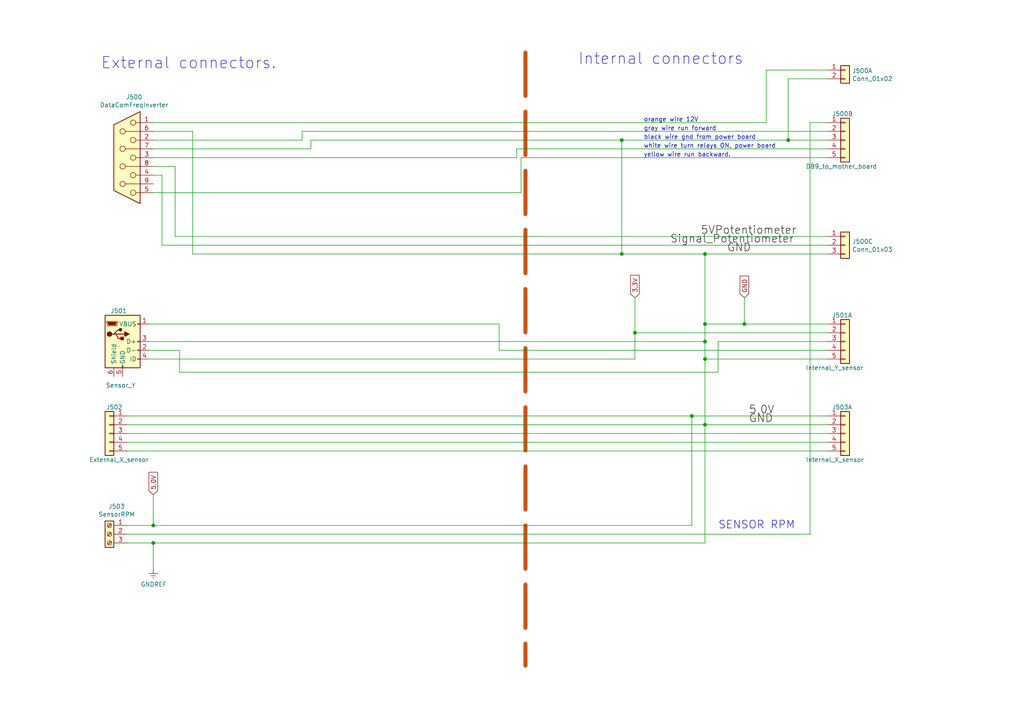
<source format=kicad_sch>
(kicad_sch (version 20211123) (generator eeschema)
  (paper "A4")
  (title_block (title "External Connectors Reference Design") (date "2021-10-03") (rev "1.0"))
  (lib_symbols
    (symbol "Connector:DB9_Female" (pin_names (offset 1.016) hide)
      (property "Reference" "J" (at 0 13.97 0))
      (property "Value" "DB9_Female" (at 0 -14.605 0))
      (symbol "DB9_Female_0_1"
        (circle (center -1.778 -10.16) (radius 0.762))
        (circle (center -1.778 -5.08) (radius 0.762))
        (circle (center -1.778 0) (radius 0.762))
        (circle (center -1.778 5.08) (radius 0.762))
        (circle (center -1.778 10.16) (radius 0.762))
        (polyline (pts (xy -3.81 -10.16) (xy -2.54 -10.16)))
        (polyline (pts (xy -3.81 -7.62) (xy 0.508 -7.62)))
        (polyline (pts (xy -3.81 -5.08) (xy -2.54 -5.08)))
        (polyline (pts (xy -3.81 -2.54) (xy 0.508 -2.54)))
        (polyline (pts (xy -3.81 0) (xy -2.54 0)))
        (polyline (pts (xy -3.81 2.54) (xy 0.508 2.54)))
        (polyline (pts (xy -3.81 5.08) (xy -2.54 5.08)))
        (polyline (pts (xy -3.81 7.62) (xy 0.508 7.62)))
        (polyline (pts (xy -3.81 10.16) (xy -2.54 10.16)))
        (polyline (pts (xy -3.81 13.335) (xy -3.81 -13.335) (xy 3.81 -9.525) (xy 3.81 9.525) (xy -3.81 13.335)) (stroke (width 0.254)) (fill (type background)))
        (circle (center 1.27 -7.62) (radius 0.762))
        (circle (center 1.27 -2.54) (radius 0.762))
        (circle (center 1.27 2.54) (radius 0.762))
        (circle (center 1.27 7.62) (radius 0.762))
      )
      (symbol "DB9_Female_1_1"
        (pin passive line (at -7.62 10.16 0) (length 3.81) (name "1") (number "1"))
        (pin passive line (at -7.62 5.08 0) (length 3.81) (name "2") (number "2"))
        (pin passive line (at -7.62 0 0) (length 3.81) (name "3") (number "3"))
        (pin passive line (at -7.62 -5.08 0) (length 3.81) (name "4") (number "4"))
        (pin passive line (at -7.62 -10.16 0) (length 3.81) (name "5") (number "5"))
        (pin passive line (at -7.62 7.62 0) (length 3.81) (name "6") (number "6"))
        (pin passive line (at -7.62 2.54 0) (length 3.81) (name "7") (number "7"))
        (pin passive line (at -7.62 -2.54 0) (length 3.81) (name "8") (number "8"))
        (pin passive line (at -7.62 -7.62 0) (length 3.81) (name "9") (number "9"))
      )
    )
    (symbol "Connector:Screw_Terminal_01x03" (pin_names (offset 1.016) hide)
      (property "Reference" "J" (at 0 5.08 0))
      (property "Value" "Screw_Terminal_01x03" (at 0 -5.08 0))
      (symbol "Screw_Terminal_01x03_1_1"
        (rectangle (start -1.27 3.81) (end 1.27 -3.81) (stroke (width 0.254)) (fill (type background)))
        (circle (center 0 -2.54) (radius 0.635) (stroke (width 0.1524)))
        (polyline (pts (xy -0.5334 -2.2098) (xy 0.3302 -3.048)) (stroke (width 0.1524)))
        (polyline (pts (xy -0.5334 0.3302) (xy 0.3302 -0.508)) (stroke (width 0.1524)))
        (polyline (pts (xy -0.5334 2.8702) (xy 0.3302 2.032)) (stroke (width 0.1524)))
        (polyline (pts (xy -0.3556 -2.032) (xy 0.508 -2.8702)) (stroke (width 0.1524)))
        (polyline (pts (xy -0.3556 0.508) (xy 0.508 -0.3302)) (stroke (width 0.1524)))
        (polyline (pts (xy -0.3556 3.048) (xy 0.508 2.2098)) (stroke (width 0.1524)))
        (circle (center 0 0) (radius 0.635) (stroke (width 0.1524)))
        (circle (center 0 2.54) (radius 0.635) (stroke (width 0.1524)))
        (pin passive line (at -5.08 2.54 0) (length 3.81) (name "Pin_1") (number "1"))
        (pin passive line (at -5.08 0 0) (length 3.81) (name "Pin_2") (number "2"))
        (pin passive line (at -5.08 -2.54 0) (length 3.81) (name "Pin_3") (number "3"))
      )
    )
    (symbol "Connector:USB_B_Micro" (pin_names (offset 1.016))
      (property "Reference" "J" (at -5.08 11.43 0))
      (property "Value" "USB_B_Micro" (at -5.08 8.89 0))
      (symbol "USB_B_Micro_0_1"
        (rectangle (start -5.08 -7.62) (end 5.08 7.62) (stroke (width 0.254)) (fill (type background)))
        (circle (center -3.81 2.159) (radius 0.635) (stroke (width 0.254)) (fill (type outline)))
        (circle (center -0.635 3.429) (radius 0.381) (stroke (width 0.254)) (fill (type outline)))
        (rectangle (start -0.127 -7.62) (end 0.127 -6.858))
        (polyline (pts (xy -1.905 2.159) (xy 0.635 2.159)) (stroke (width 0.254)))
        (polyline (pts (xy -3.175 2.159) (xy -2.54 2.159) (xy -1.27 3.429) (xy -0.635 3.429)) (stroke (width 0.254)))
        (polyline (pts (xy -2.54 2.159) (xy -1.905 2.159) (xy -1.27 0.889) (xy 0 0.889)) (stroke (width 0.254)))
        (polyline (pts (xy 0.635 2.794) (xy 0.635 1.524) (xy 1.905 2.159) (xy 0.635 2.794)) (stroke (width 0.254)) (fill (type outline)))
        (polyline (pts (xy -4.318 5.588) (xy -1.778 5.588) (xy -2.032 4.826) (xy -4.064 4.826) (xy -4.318 5.588)) (fill (type outline)))
        (polyline (pts (xy -4.699 5.842) (xy -4.699 5.588) (xy -4.445 4.826) (xy -4.445 4.572) (xy -1.651 4.572) (xy -1.651 4.826) (xy -1.397 5.588) (xy -1.397 5.842) (xy -4.699 5.842)))
        (rectangle (start 0.254 1.27) (end -0.508 0.508) (stroke (width 0.254)) (fill (type outline)))
        (rectangle (start 5.08 -5.207) (end 4.318 -4.953))
        (rectangle (start 5.08 -2.667) (end 4.318 -2.413))
        (rectangle (start 5.08 -0.127) (end 4.318 0.127))
        (rectangle (start 5.08 4.953) (end 4.318 5.207))
      )
      (symbol "USB_B_Micro_1_1"
        (pin power_out line (at 7.62 5.08 180) (length 2.54) (name "VBUS") (number "1"))
        (pin bidirectional line (at 7.62 -2.54 180) (length 2.54) (name "D-") (number "2"))
        (pin bidirectional line (at 7.62 0 180) (length 2.54) (name "D+") (number "3"))
        (pin passive line (at 7.62 -5.08 180) (length 2.54) (name "ID") (number "4"))
        (pin power_out line (at 0 -10.16 90) (length 2.54) (name "GND") (number "5"))
        (pin passive line (at -2.54 -10.16 90) (length 2.54) (name "Shield") (number "6"))
      )
    )
    (symbol "Connector_Generic:Conn_01x02" (pin_names (offset 1.016) hide)
      (property "Reference" "J" (at 0 2.54 0))
      (property "Value" "Conn_01x02" (at 0 -5.08 0))
      (symbol "Conn_01x02_1_1"
        (rectangle (start -1.27 -2.413) (end 0 -2.667) (stroke (width 0.1524)))
        (rectangle (start -1.27 0.127) (end 0 -0.127) (stroke (width 0.1524)))
        (rectangle (start -1.27 1.27) (end 1.27 -3.81) (stroke (width 0.254)) (fill (type background)))
        (pin passive line (at -5.08 0 0) (length 3.81) (name "Pin_1") (number "1"))
        (pin passive line (at -5.08 -2.54 0) (length 3.81) (name "Pin_2") (number "2"))
      )
    )
    (symbol "Connector_Generic:Conn_01x03" (pin_names (offset 1.016) hide)
      (property "Reference" "J" (at 0 5.08 0))
      (property "Value" "Conn_01x03" (at 0 -5.08 0))
      (symbol "Conn_01x03_1_1"
        (rectangle (start -1.27 -2.413) (end 0 -2.667) (stroke (width 0.1524)))
        (rectangle (start -1.27 0.127) (end 0 -0.127) (stroke (width 0.1524)))
        (rectangle (start -1.27 2.667) (end 0 2.413) (stroke (width 0.1524)))
        (rectangle (start -1.27 3.81) (end 1.27 -3.81) (stroke (width 0.254)) (fill (type background)))
        (pin passive line (at -5.08 2.54 0) (length 3.81) (name "Pin_1") (number "1"))
        (pin passive line (at -5.08 0 0) (length 3.81) (name "Pin_2") (number "2"))
        (pin passive line (at -5.08 -2.54 0) (length 3.81) (name "Pin_3") (number "3"))
      )
    )
    (symbol "Connector_Generic:Conn_01x05" (pin_names (offset 1.016) hide)
      (property "Reference" "J" (at 0 7.62 0))
      (property "Value" "Conn_01x05" (at 0 -7.62 0))
      (symbol "Conn_01x05_1_1"
        (rectangle (start -1.27 -4.953) (end 0 -5.207) (stroke (width 0.1524)))
        (rectangle (start -1.27 -2.413) (end 0 -2.667) (stroke (width 0.1524)))
        (rectangle (start -1.27 0.127) (end 0 -0.127) (stroke (width 0.1524)))
        (rectangle (start -1.27 2.667) (end 0 2.413) (stroke (width 0.1524)))
        (rectangle (start -1.27 5.207) (end 0 4.953) (stroke (width 0.1524)))
        (rectangle (start -1.27 6.35) (end 1.27 -6.35) (stroke (width 0.254)) (fill (type background)))
        (pin passive line (at -5.08 5.08 0) (length 3.81) (name "Pin_1") (number "1"))
        (pin passive line (at -5.08 2.54 0) (length 3.81) (name "Pin_2") (number "2"))
        (pin passive line (at -5.08 0 0) (length 3.81) (name "Pin_3") (number "3"))
        (pin passive line (at -5.08 -2.54 0) (length 3.81) (name "Pin_4") (number "4"))
        (pin passive line (at -5.08 -5.08 0) (length 3.81) (name "Pin_5") (number "5"))
      )
    )
    (symbol "power:GNDREF" (power) (pin_names (offset 0))
      (property "Value" "GNDREF" (at 0 -3.81 0))
      (symbol "GNDREF_0_1"
        (polyline (pts (xy -0.635 -1.905) (xy 0.635 -1.905)))
        (polyline (pts (xy -0.127 -2.54) (xy 0.127 -2.54)))
        (polyline (pts (xy 0 -1.27) (xy 0 0)))
        (polyline (pts (xy 1.27 -1.27) (xy -1.27 -1.27)))
      )
      (symbol "GNDREF_1_1"
        (pin power_in line (at 0 0 270) (length 0) hide (name "GNDREF") (number "1"))
      )
    )
  )
  (junction (at 44.45 152.4))
  (junction (at 228.6 40.64))
  (junction (at 184.15 96.52))
  (junction (at 204.47 104.14))
  (junction (at 44.45 157.48))
  (junction (at 204.47 99.06))
  (junction (at 204.47 73.66))
  (junction (at 204.47 123.19))
  (junction (at 215.9 93.98))
  (junction (at 180.34 73.66))
  (junction (at 200.66 120.65))
  (junction (at 204.47 93.98))
  (junction (at 180.34 40.64))
  (wire (pts (xy 55.88 38.1) (xy 55.88 73.66)))
  (wire (pts (xy 44.45 45.72) (xy 149.86 45.72)))
  (wire (pts (xy 234.95 35.56) (xy 240.03 35.56)))
  (wire (pts (xy 240.03 45.72) (xy 151.13 45.72)))
  (wire (pts (xy 44.45 143.51) (xy 44.45 152.4)))
  (wire (pts (xy 44.45 43.18) (xy 90.17 43.18)))
  (wire (pts (xy 240.03 38.1) (xy 87.63 38.1)))
  (wire (pts (xy 240.03 125.73) (xy 36.83 125.73)))
  (wire (pts (xy 36.83 157.48) (xy 44.45 157.48)))
  (wire (pts (xy 204.47 99.06) (xy 204.47 104.14)))
  (wire (pts (xy 90.17 40.64) (xy 180.34 40.64)))
  (wire (pts (xy 240.03 130.81) (xy 36.83 130.81)))
  (wire (pts (xy 44.45 50.8) (xy 46.99 50.8)))
  (wire (pts (xy 180.34 73.66) (xy 180.34 40.64)))
  (wire (pts (xy 44.45 157.48) (xy 44.45 165.1)))
  (wire (pts (xy 240.03 96.52) (xy 184.15 96.52)))
  (wire (pts (xy 208.28 99.06) (xy 208.28 107.95)))
  (wire (pts (xy 44.45 152.4) (xy 200.66 152.4)))
  (wire (pts (xy 36.83 152.4) (xy 44.45 152.4)))
  (wire (pts (xy 43.18 101.6) (xy 52.07 101.6)))
  (wire (pts (xy 43.18 104.14) (xy 184.15 104.14)))
  (wire (pts (xy 144.78 93.98) (xy 144.78 101.6)))
  (wire (pts (xy 43.18 93.98) (xy 144.78 93.98)))
  (wire (pts (xy 240.03 93.98) (xy 215.9 93.98)))
  (wire (pts (xy 180.34 40.64) (xy 228.6 40.64)))
  (wire (pts (xy 200.66 152.4) (xy 200.66 120.65)))
  (wire (pts (xy 50.8 48.26) (xy 50.8 68.58)))
  (wire (pts (xy 240.03 71.12) (xy 46.99 71.12)))
  (wire (pts (xy 151.13 45.72) (xy 151.13 55.88)))
  (wire (pts (xy 240.03 104.14) (xy 204.47 104.14)))
  (wire (pts (xy 234.95 35.56) (xy 234.95 154.94)))
  (wire (pts (xy 44.45 35.56) (xy 222.25 35.56)))
  (wire (pts (xy 36.83 128.27) (xy 240.03 128.27)))
  (wire (pts (xy 144.78 101.6) (xy 240.03 101.6)))
  (wire (pts (xy 240.03 43.18) (xy 149.86 43.18)))
  (wire (pts (xy 215.9 93.98) (xy 204.47 93.98)))
  (wire (pts (xy 240.03 73.66) (xy 204.47 73.66)))
  (wire (pts (xy 204.47 73.66) (xy 180.34 73.66)))
  (wire (pts (xy 180.34 73.66) (xy 55.88 73.66)))
  (wire (pts (xy 149.86 43.18) (xy 149.86 45.72)))
  (wire (pts (xy 43.18 99.06) (xy 204.47 99.06)))
  (wire (pts (xy 228.6 22.86) (xy 228.6 40.64)))
  (wire (pts (xy 204.47 123.19) (xy 240.03 123.19)))
  (wire (pts (xy 36.83 123.19) (xy 204.47 123.19)))
  (wire (pts (xy 90.17 43.18) (xy 90.17 40.64)))
  (wire (pts (xy 204.47 99.06) (xy 204.47 93.98)))
  (wire (pts (xy 222.25 35.56) (xy 222.25 20.32)))
  (wire (pts (xy 184.15 96.52) (xy 184.15 104.14)))
  (wire (pts (xy 204.47 104.14) (xy 204.47 123.19)))
  (wire (pts (xy 36.83 120.65) (xy 200.66 120.65)))
  (wire (pts (xy 215.9 93.98) (xy 215.9 86.36)))
  (wire (pts (xy 228.6 40.64) (xy 240.03 40.64)))
  (wire (pts (xy 200.66 120.65) (xy 240.03 120.65)))
  (wire (pts (xy 44.45 157.48) (xy 204.47 157.48)))
  (polyline (pts (xy 152.4 15.24) (xy 152.4 193.04)) (stroke (width 1.143) (color 194 74 9 1)))
  (wire (pts (xy 184.15 86.36) (xy 184.15 96.52)))
  (wire (pts (xy 204.47 93.98) (xy 204.47 73.66)))
  (wire (pts (xy 240.03 99.06) (xy 208.28 99.06)))
  (wire (pts (xy 52.07 107.95) (xy 52.07 101.6)))
  (wire (pts (xy 240.03 68.58) (xy 50.8 68.58)))
  (wire (pts (xy 87.63 38.1) (xy 87.63 40.64)))
  (wire (pts (xy 46.99 50.8) (xy 46.99 71.12)))
  (wire (pts (xy 222.25 20.32) (xy 240.03 20.32)))
  (wire (pts (xy 44.45 55.88) (xy 151.13 55.88)))
  (wire (pts (xy 228.6 22.86) (xy 240.03 22.86)))
  (wire (pts (xy 44.45 38.1) (xy 55.88 38.1)))
  (wire (pts (xy 36.83 154.94) (xy 234.95 154.94)))
  (wire (pts (xy 44.45 40.64) (xy 87.63 40.64)))
  (wire (pts (xy 208.28 107.95) (xy 52.07 107.95)))
  (wire (pts (xy 204.47 157.48) (xy 204.47 123.19)))
  (wire (pts (xy 44.45 48.26) (xy 50.8 48.26)))
  (text "yellow wire run backward." (at 186.69 45.72 0) (effects (font (size 1.27 1.27)) (justify left bottom)))
  (text "External connectors." (at 29.21 20.32 0) (effects (font (size 3.2766 3.2766)) (justify left bottom)))
  (text "Internal connectors" (at 167.64 19.05 0) (effects (font (size 3.2512 3.2512)) (justify left bottom)))
  (text "gray wire run forward" (at 186.69 38.1 0) (effects (font (size 1.27 1.27)) (justify left bottom)))
  (text "SENSOR RPM" (at 208.28 153.67 0) (effects (font (size 2.2606 2.2606)) (justify left bottom)))
  (text "black wire gnd from power board" (at 186.69 40.64 0) (effects (font (size 1.27 1.27)) (justify left bottom)))
  (text "orange wire 12V" (at 186.69 35.56 0) (effects (font (size 1.27 1.27)) (justify left bottom)))
  (text "white wire turn relays ON, power board" (at 186.69 43.18 0) (effects (font (size 1.27 1.27)) (justify left bottom)))
  (label "Signal_Potentiometer" (at 194.31 71.12 0) (effects (font (size 2.2606 2.2606))))
  (label "5,0V" (at 217.17 120.65 0) (effects (font (size 2.2606 2.2606))))
  (label "GND" (at 217.17 123.19 0) (effects (font (size 2.2606 2.2606))))
  (label "GND" (at 210.82 73.66 0) (effects (font (size 2.2606 2.2606))))
  (label "5VPotentiometer" (at 203.2 68.58 0) (effects (font (size 2.2606 2.2606))))
  (global_label "5,0V" (shape input) (at 44.45 143.51 90) (property "Intersheet References" "${INTERSHEET_REFS}" (effects hide)))
  (global_label "3,3V" (shape input) (at 184.15 86.36 90) (property "Intersheet References" "${INTERSHEET_REFS}" (effects hide)))
  (global_label "GND" (shape input) (at 215.9 86.36 90) (property "Intersheet References" "${INTERSHEET_REFS}" (effects hide)))
  (symbol (lib_id "Connector:DB9_Female") (at 36.83 45.72 0) (mirror y)
    (property "Reference" "J500" (at 38.9128 28.1432 0))
    (property "Value" "DataComFreqInverter" (at 38.9128 30.4546 0))
    (property "Datasheet" " ~" (effects hide))
  )
  (symbol (lib_id "Connector:Screw_Terminal_01x03") (at 31.75 154.94 0) (mirror y)
    (property "Reference" "J503" (at 33.8328 146.8882 0))
    (property "Value" "SensorRPM" (at 33.8328 149.1996 0))
  )
  (symbol (lib_id "power:GNDREF") (at 44.45 165.1 0)
    (property "Reference" "#PWR?" (effects hide))
    (property "Value" "GNDREF" (at 44.577 169.4942 0))
  )
  (symbol (lib_id "Connector_Generic:Conn_01x05") (at 245.11 40.64 0)
    (property "Reference" "J500B" (at 241.3 33.02 0) (effects (justify left)))
    (property "Value" "DB9_to_mother_board" (at 233.68 48.26 0) (effects (justify left)))
  )
  (symbol (lib_id "Connector_Generic:Conn_01x02") (at 245.11 20.32 0)
    (property "Reference" "J500A" (at 247.142 20.5232 0) (effects (justify left)))
    (property "Value" "Conn_01x02" (at 247.142 22.8346 0) (effects (justify left)))
  )
  (symbol (lib_id "Connector_Generic:Conn_01x03") (at 245.11 71.12 0) (unit 1)
    (property "Reference" "J500C" (at 247.142 70.0532 0) (effects (justify left)))
    (property "Value" "Conn_01x03" (at 247.142 72.3646 0) (effects (justify left)))
  )
  (symbol (lib_id "Connector_Generic:Conn_01x05") (at 31.75 125.73 0) (mirror y)
    (property "Reference" "J502" (at 35.56 118.11 0) (effects (justify left)))
    (property "Value" "External_X_sensor" (at 43.18 133.35 0) (effects (justify left)))
  )
  (symbol (lib_id "Connector_Generic:Conn_01x05") (at 245.11 125.73 0)
    (property "Reference" "J503A" (at 241.3 118.11 0) (effects (justify left)))
    (property "Value" "Internal_X_sensor" (at 233.68 133.35 0) (effects (justify left)))
  )
  (symbol (lib_id "Connector_Generic:Conn_01x05") (at 245.11 99.06 0)
    (property "Reference" "J501A" (at 241.3 91.44 0) (effects (justify left)))
    (property "Value" "Internal_Y_sensor" (at 233.68 106.68 0) (effects (justify left)))
  )
  (symbol (lib_id "Connector:USB_B_Micro") (at 35.56 99.06 0)
    (property "Reference" "J501" (at 36.83 90.17 0) (effects (justify right)))
    (property "Value" "Sensor_Y" (at 39.37 111.76 0) (effects (justify right)))
  )
)
</source>
